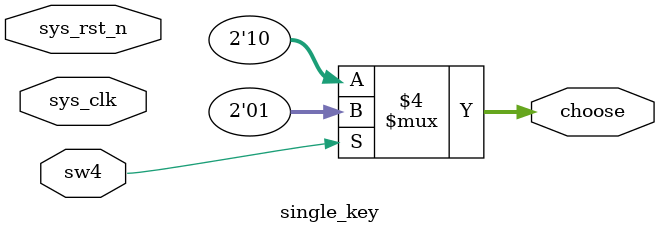
<source format=v>
module single_key(
    input sw4,// N15 主板的四个key，用来切换 频率计（周期）/ 脉冲/占空比测量
    input sys_clk,
    input sys_rst_n,
    output reg[1:0] choose //输出1，频率计，输出2，脉冲计
);

always@(*)
begin
    if(sw4 == 1'b1) 
        choose <= 2'd1;//向上拨 频率计
    else
        choose <= 2'd2;//向下 脉冲
end


endmodule
</source>
